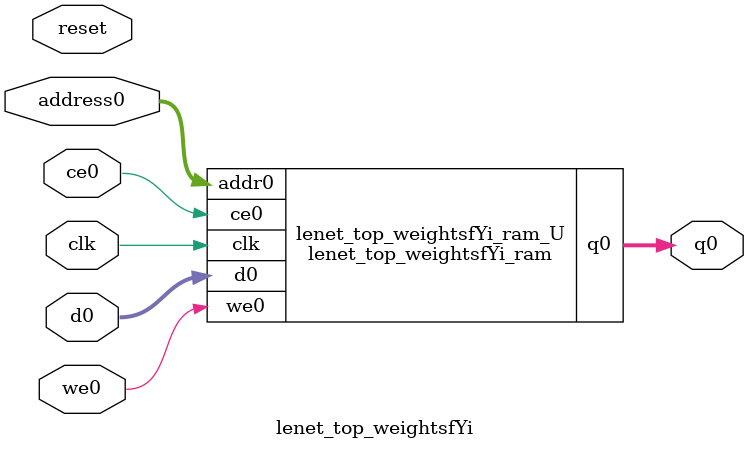
<source format=v>
`timescale 1 ns / 1 ps
module lenet_top_weightsfYi_ram (addr0, ce0, d0, we0, q0,  clk);

parameter DWIDTH = 32;
parameter AWIDTH = 8;
parameter MEM_SIZE = 150;

input[AWIDTH-1:0] addr0;
input ce0;
input[DWIDTH-1:0] d0;
input we0;
output reg[DWIDTH-1:0] q0;
input clk;

(* ram_style = "block" *)reg [DWIDTH-1:0] ram[0:MEM_SIZE-1];




always @(posedge clk)  
begin 
    if (ce0) 
    begin
        if (we0) 
        begin 
            ram[addr0] <= d0; 
        end 
        q0 <= ram[addr0];
    end
end


endmodule

`timescale 1 ns / 1 ps
module lenet_top_weightsfYi(
    reset,
    clk,
    address0,
    ce0,
    we0,
    d0,
    q0);

parameter DataWidth = 32'd32;
parameter AddressRange = 32'd150;
parameter AddressWidth = 32'd8;
input reset;
input clk;
input[AddressWidth - 1:0] address0;
input ce0;
input we0;
input[DataWidth - 1:0] d0;
output[DataWidth - 1:0] q0;



lenet_top_weightsfYi_ram lenet_top_weightsfYi_ram_U(
    .clk( clk ),
    .addr0( address0 ),
    .ce0( ce0 ),
    .we0( we0 ),
    .d0( d0 ),
    .q0( q0 ));

endmodule


</source>
